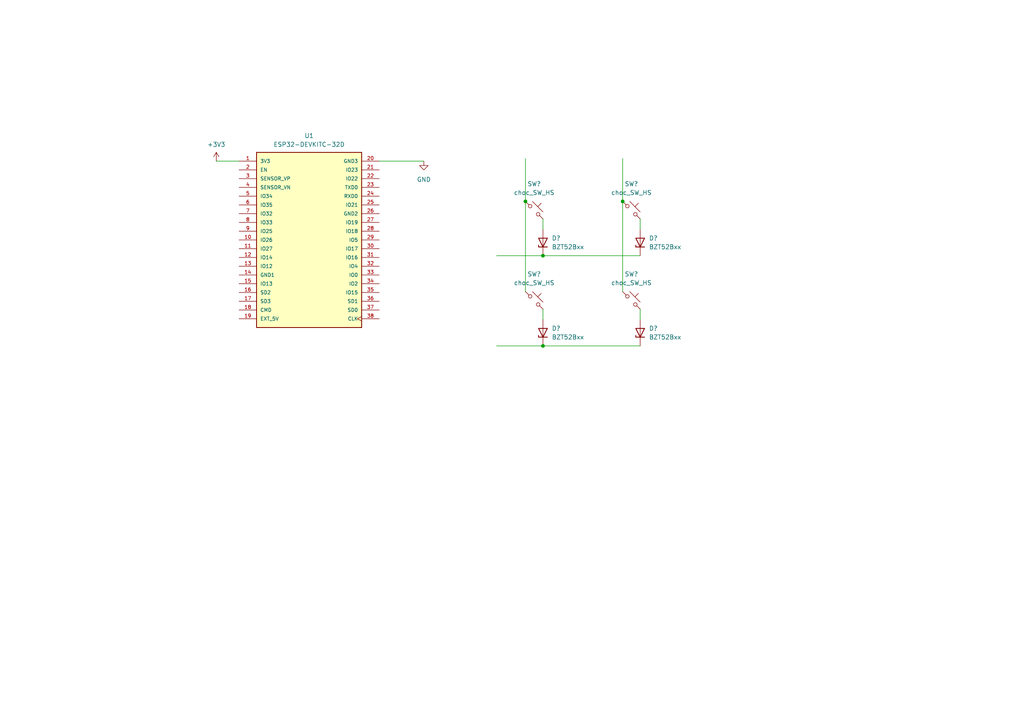
<source format=kicad_sch>
(kicad_sch (version 20211123) (generator eeschema)
  (paper "A4")
  (lib_symbols
    (symbol "Diode:BZT52Bxx" (pin_numbers hide) (pin_names hide)
      (property "Reference" "D" (at 0 2.54 0))
      (property "Value" "BZT52Bxx" (at 0 -2.54 0))
      (symbol "BZT52Bxx_0_1"
        (polyline (pts (xy 1.27 0) (xy -1.27 0)))
        (polyline (pts (xy -1.27 -1.27) (xy -1.27 1.27) (xy -0.762 1.27)) (stroke (width 0.254)))
        (polyline (pts (xy 1.27 -1.27) (xy 1.27 1.27) (xy -1.27 0) (xy 1.27 -1.27)) (stroke (width 0.254)))
      )
      (symbol "BZT52Bxx_1_1"
        (pin passive line (at -3.81 0 0) (length 2.54) (name "K") (number "1"))
        (pin passive line (at 3.81 0 180) (length 2.54) (name "A") (number "2"))
      )
    )
    (symbol "ESP32-DEVKITC-32D:ESP32-DEVKITC-32D" (pin_names (offset 1.016))
      (property "Reference" "U" (at -15.2654 26.0604 0))
      (property "Value" "ESP32-DEVKITC-32D" (at -15.2654 -27.9654 0))
      (symbol "ESP32-DEVKITC-32D_0_0"
        (rectangle (start -15.24 -25.4) (end 15.24 25.4) (stroke (width 0.254)) (fill (type background)))
        (pin power_in line (at -20.32 22.86 0) (length 5.08) (name "3V3") (number "1"))
        (pin bidirectional line (at -20.32 0 0) (length 5.08) (name "IO26") (number "10"))
        (pin bidirectional line (at -20.32 -2.54 0) (length 5.08) (name "IO27") (number "11"))
        (pin bidirectional line (at -20.32 -5.08 0) (length 5.08) (name "IO14") (number "12"))
        (pin bidirectional line (at -20.32 -7.62 0) (length 5.08) (name "IO12") (number "13"))
        (pin power_in line (at -20.32 -10.16 0) (length 5.08) (name "GND1") (number "14"))
        (pin bidirectional line (at -20.32 -12.7 0) (length 5.08) (name "IO13") (number "15"))
        (pin bidirectional line (at -20.32 -15.24 0) (length 5.08) (name "SD2") (number "16"))
        (pin bidirectional line (at -20.32 -17.78 0) (length 5.08) (name "SD3") (number "17"))
        (pin bidirectional line (at -20.32 -20.32 0) (length 5.08) (name "CMD") (number "18"))
        (pin power_in line (at -20.32 -22.86 0) (length 5.08) (name "EXT_5V") (number "19"))
        (pin input line (at -20.32 20.32 0) (length 5.08) (name "EN") (number "2"))
        (pin power_in line (at 20.32 22.86 180) (length 5.08) (name "GND3") (number "20"))
        (pin bidirectional line (at 20.32 20.32 180) (length 5.08) (name "IO23") (number "21"))
        (pin bidirectional line (at 20.32 17.78 180) (length 5.08) (name "IO22") (number "22"))
        (pin output line (at 20.32 15.24 180) (length 5.08) (name "TXD0") (number "23"))
        (pin input line (at 20.32 12.7 180) (length 5.08) (name "RXD0") (number "24"))
        (pin bidirectional line (at 20.32 10.16 180) (length 5.08) (name "IO21") (number "25"))
        (pin power_in line (at 20.32 7.62 180) (length 5.08) (name "GND2") (number "26"))
        (pin bidirectional line (at 20.32 5.08 180) (length 5.08) (name "IO19") (number "27"))
        (pin bidirectional line (at 20.32 2.54 180) (length 5.08) (name "IO18") (number "28"))
        (pin bidirectional line (at 20.32 0 180) (length 5.08) (name "IO5") (number "29"))
        (pin input line (at -20.32 17.78 0) (length 5.08) (name "SENSOR_VP") (number "3"))
        (pin bidirectional line (at 20.32 -2.54 180) (length 5.08) (name "IO17") (number "30"))
        (pin bidirectional line (at 20.32 -5.08 180) (length 5.08) (name "IO16") (number "31"))
        (pin bidirectional line (at 20.32 -7.62 180) (length 5.08) (name "IO4") (number "32"))
        (pin bidirectional line (at 20.32 -10.16 180) (length 5.08) (name "IO0") (number "33"))
        (pin bidirectional line (at 20.32 -12.7 180) (length 5.08) (name "IO2") (number "34"))
        (pin bidirectional line (at 20.32 -15.24 180) (length 5.08) (name "IO15") (number "35"))
        (pin bidirectional line (at 20.32 -17.78 180) (length 5.08) (name "SD1") (number "36"))
        (pin bidirectional line (at 20.32 -20.32 180) (length 5.08) (name "SD0") (number "37"))
        (pin input clock (at 20.32 -22.86 180) (length 5.08) (name "CLK") (number "38"))
        (pin input line (at -20.32 15.24 0) (length 5.08) (name "SENSOR_VN") (number "4"))
        (pin bidirectional line (at -20.32 12.7 0) (length 5.08) (name "IO34") (number "5"))
        (pin bidirectional line (at -20.32 10.16 0) (length 5.08) (name "IO35") (number "6"))
        (pin bidirectional line (at -20.32 7.62 0) (length 5.08) (name "IO32") (number "7"))
        (pin bidirectional line (at -20.32 5.08 0) (length 5.08) (name "IO33") (number "8"))
        (pin bidirectional line (at -20.32 2.54 0) (length 5.08) (name "IO25") (number "9"))
      )
    )
    (symbol "marbastlib-choc:choc_SW_HS" (pin_numbers hide) (pin_names (offset 1.016) hide)
      (property "Reference" "SW" (at 3.048 1.016 0))
      (property "Value" "choc_SW_HS" (at 0 -3.81 0))
      (symbol "choc_SW_HS_0_1"
        (circle (center -1.1684 1.1684) (radius 0.508))
        (polyline (pts (xy -0.508 2.54) (xy 2.54 -0.508)))
        (polyline (pts (xy 1.016 1.016) (xy 2.032 2.032)))
        (polyline (pts (xy -2.54 2.54) (xy -1.524 1.524) (xy -1.524 1.524)))
        (polyline (pts (xy 1.524 -1.524) (xy 2.54 -2.54) (xy 2.54 -2.54) (xy 2.54 -2.54)))
        (circle (center 1.143 -1.1938) (radius 0.508))
        (pin passive line (at -2.54 2.54 0) (length 0) (name "1") (number "1"))
        (pin passive line (at 2.54 -2.54 180) (length 0) (name "2") (number "2"))
      )
    )
    (symbol "power:+3V3" (power) (pin_names (offset 0))
      (property "Value" "+3V3" (at 0 3.556 0))
      (symbol "+3V3_0_1"
        (polyline (pts (xy -0.762 1.27) (xy 0 2.54)))
        (polyline (pts (xy 0 0) (xy 0 2.54)))
        (polyline (pts (xy 0 2.54) (xy 0.762 1.27)))
      )
      (symbol "+3V3_1_1"
        (pin power_in line (at 0 0 90) (length 0) hide (name "+3V3") (number "1"))
      )
    )
    (symbol "power:GND" (power) (pin_names (offset 0))
      (property "Value" "GND" (at 0 -3.81 0))
      (symbol "GND_0_1"
        (polyline (pts (xy 0 0) (xy 0 -1.27) (xy 1.27 -1.27) (xy 0 -2.54) (xy -1.27 -1.27) (xy 0 -1.27)))
      )
      (symbol "GND_1_1"
        (pin power_in line (at 0 0 270) (length 0) hide (name "GND") (number "1"))
      )
    )
  )
  (junction (at 152.4 58.42))
  (junction (at 157.48 100.33))
  (junction (at 180.594 58.42))
  (junction (at 157.48 74.168))
  (wire (pts (xy 109.982 46.736) (xy 122.936 46.736)))
  (wire (pts (xy 185.674 63.5) (xy 185.674 66.548)))
  (wire (pts (xy 144.018 74.168) (xy 157.48 74.168)))
  (wire (pts (xy 157.48 100.33) (xy 185.674 100.33)))
  (wire (pts (xy 62.738 46.736) (xy 69.342 46.736)))
  (wire (pts (xy 144.018 100.33) (xy 157.48 100.33)))
  (wire (pts (xy 157.48 74.168) (xy 185.674 74.168)))
  (wire (pts (xy 185.674 89.662) (xy 185.674 92.71)))
  (wire (pts (xy 152.4 58.42) (xy 152.4 84.582)))
  (wire (pts (xy 152.4 45.974) (xy 152.4 58.42)))
  (wire (pts (xy 157.48 89.662) (xy 157.48 92.71)))
  (wire (pts (xy 180.594 58.42) (xy 180.594 84.582)))
  (wire (pts (xy 180.594 45.974) (xy 180.594 58.42)))
  (wire (pts (xy 157.48 63.5) (xy 157.48 66.548)))
  (symbol (lib_id "marbastlib-choc:choc_SW_HS") (at 183.134 60.96 0) (unit 1)
    (property "Reference" "SW?" (at 183.134 53.34 0))
    (property "Value" "choc_SW_HS" (at 183.134 55.88 0))
    (property "Footprint" "marbastlib-choc:SW_choc_HS_1u" (effects hide))
  )
  (symbol (lib_id "power:GND") (at 122.936 46.736 0) (unit 1)
    (property "Reference" "#PWR0101" (effects hide))
    (property "Value" "GND" (at 122.936 52.07 0))
  )
  (symbol (lib_id "marbastlib-choc:choc_SW_HS") (at 183.134 87.122 0) (unit 1)
    (property "Reference" "SW?" (at 183.134 79.502 0))
    (property "Value" "choc_SW_HS" (at 183.134 82.042 0))
    (property "Footprint" "marbastlib-choc:SW_choc_HS_1u" (effects hide))
  )
  (symbol (lib_id "marbastlib-choc:choc_SW_HS") (at 154.94 87.122 0) (unit 1)
    (property "Reference" "SW?" (at 154.94 79.502 0))
    (property "Value" "choc_SW_HS" (at 154.94 82.042 0))
    (property "Footprint" "marbastlib-choc:SW_choc_HS_1u" (effects hide))
  )
  (symbol (lib_id "Diode:BZT52Bxx") (at 157.48 70.358 90) (unit 1)
    (property "Reference" "D?" (at 160.02 69.0879 90) (effects (justify right)))
    (property "Value" "BZT52Bxx" (at 160.02 71.6279 90) (effects (justify right)))
    (property "Footprint" "Diode_SMD:D_SOD-123F" (effects hide))
    (property "Datasheet" "https://diotec.com/tl_files/diotec/files/pdf/datasheets/bzt52b2v4.pdf" (effects hide))
  )
  (symbol (lib_id "Diode:BZT52Bxx") (at 185.674 96.52 90) (unit 1)
    (property "Reference" "D?" (at 188.214 95.2499 90) (effects (justify right)))
    (property "Value" "BZT52Bxx" (at 188.214 97.7899 90) (effects (justify right)))
    (property "Footprint" "Diode_SMD:D_SOD-123F" (effects hide))
    (property "Datasheet" "https://diotec.com/tl_files/diotec/files/pdf/datasheets/bzt52b2v4.pdf" (effects hide))
  )
  (symbol (lib_id "ESP32-DEVKITC-32D:ESP32-DEVKITC-32D") (at 89.662 69.596 0) (unit 1)
    (property "Reference" "U1" (at 89.662 39.37 0))
    (property "Value" "ESP32-DEVKITC-32D" (at 89.662 41.91 0))
    (property "Footprint" "MODULE_ESP32-DEVKITC-32D" (effects hide))
    (property "MANUFACTURER" "Espressif Systems" (effects hide))
    (property "PARTREV" "4" (effects hide))
  )
  (symbol (lib_id "marbastlib-choc:choc_SW_HS") (at 154.94 60.96 0) (unit 1)
    (property "Reference" "SW?" (at 154.94 53.34 0))
    (property "Value" "choc_SW_HS" (at 154.94 55.88 0))
    (property "Footprint" "marbastlib-choc:SW_choc_HS_1u" (effects hide))
  )
  (symbol (lib_id "Diode:BZT52Bxx") (at 185.674 70.358 90) (unit 1)
    (property "Reference" "D?" (at 188.214 69.0879 90) (effects (justify right)))
    (property "Value" "BZT52Bxx" (at 188.214 71.6279 90) (effects (justify right)))
    (property "Footprint" "Diode_SMD:D_SOD-123F" (effects hide))
    (property "Datasheet" "https://diotec.com/tl_files/diotec/files/pdf/datasheets/bzt52b2v4.pdf" (effects hide))
  )
  (symbol (lib_id "Diode:BZT52Bxx") (at 157.48 96.52 90) (unit 1)
    (property "Reference" "D?" (at 160.02 95.2499 90) (effects (justify right)))
    (property "Value" "BZT52Bxx" (at 160.02 97.7899 90) (effects (justify right)))
    (property "Footprint" "Diode_SMD:D_SOD-123F" (effects hide))
    (property "Datasheet" "https://diotec.com/tl_files/diotec/files/pdf/datasheets/bzt52b2v4.pdf" (effects hide))
  )
  (symbol (lib_id "power:+3V3") (at 62.738 46.736 0) (unit 1)
    (property "Reference" "#PWR0102" (effects hide))
    (property "Value" "+3V3" (at 62.738 41.91 0))
  )
)
</source>
